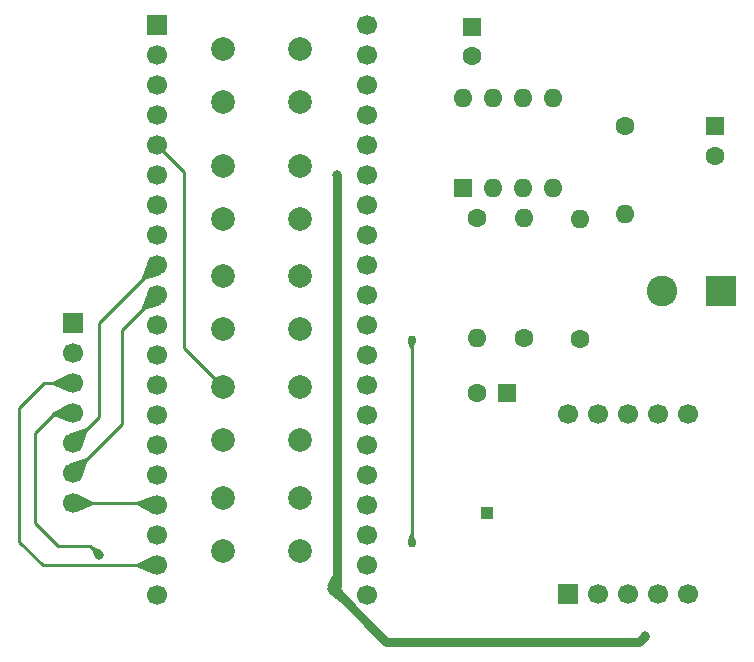
<source format=gbr>
%TF.GenerationSoftware,KiCad,Pcbnew,7.0.5*%
%TF.CreationDate,2023-06-30T21:32:19-07:00*%
%TF.ProjectId,ECE 299 - Radio Clock,45434520-3239-4392-902d-20526164696f,rev?*%
%TF.SameCoordinates,Original*%
%TF.FileFunction,Copper,L1,Top*%
%TF.FilePolarity,Positive*%
%FSLAX46Y46*%
G04 Gerber Fmt 4.6, Leading zero omitted, Abs format (unit mm)*
G04 Created by KiCad (PCBNEW 7.0.5) date 2023-06-30 21:32:19*
%MOMM*%
%LPD*%
G01*
G04 APERTURE LIST*
%TA.AperFunction,ComponentPad*%
%ADD10R,2.600000X2.600000*%
%TD*%
%TA.AperFunction,ComponentPad*%
%ADD11C,2.600000*%
%TD*%
%TA.AperFunction,ComponentPad*%
%ADD12R,1.600000X1.600000*%
%TD*%
%TA.AperFunction,ComponentPad*%
%ADD13C,1.600000*%
%TD*%
%TA.AperFunction,ComponentPad*%
%ADD14O,1.600000X1.600000*%
%TD*%
%TA.AperFunction,ComponentPad*%
%ADD15R,1.700000X1.700000*%
%TD*%
%TA.AperFunction,ComponentPad*%
%ADD16C,1.700000*%
%TD*%
%TA.AperFunction,ComponentPad*%
%ADD17R,1.000000X1.000000*%
%TD*%
%TA.AperFunction,ComponentPad*%
%ADD18C,2.000000*%
%TD*%
%TA.AperFunction,ViaPad*%
%ADD19C,0.800000*%
%TD*%
%TA.AperFunction,ViaPad*%
%ADD20C,0.762000*%
%TD*%
%TA.AperFunction,ViaPad*%
%ADD21C,1.143000*%
%TD*%
%TA.AperFunction,Conductor*%
%ADD22C,0.254000*%
%TD*%
%TA.AperFunction,Conductor*%
%ADD23C,0.762000*%
%TD*%
%TA.AperFunction,Conductor*%
%ADD24C,0.250000*%
%TD*%
G04 APERTURE END LIST*
D10*
%TO.P,Speaker1,1,1*%
%TO.N,Net-(C3-Pad2)*%
X186182000Y-72644000D03*
D11*
%TO.P,Speaker1,2,2*%
%TO.N,GND*%
X181182000Y-72644000D03*
%TD*%
D12*
%TO.P,C1,1*%
%TO.N,Net-(U2-ROUT)*%
X168060380Y-81280000D03*
D13*
%TO.P,C1,2*%
%TO.N,Net-(C1-Pad2)*%
X165560380Y-81280000D03*
%TD*%
%TO.P,R3,1*%
%TO.N,GND*%
X169522780Y-76657200D03*
D14*
%TO.P,R3,2*%
%TO.N,Net-(U3-+)*%
X169522780Y-66497200D03*
%TD*%
D13*
%TO.P,R2,1*%
%TO.N,Net-(U3-+)*%
X165509580Y-66446400D03*
D14*
%TO.P,R2,2*%
%TO.N,Net-(C1-Pad2)*%
X165509580Y-76606400D03*
%TD*%
D15*
%TO.P,U2,1,SDIO*%
%TO.N,Net-(U1-GP26{slash}ADC0)*%
X173228000Y-98298000D03*
D16*
%TO.P,U2,2,SCLK*%
%TO.N,Net-(U1-GP27{slash}ADC1)*%
X175768000Y-98298000D03*
%TO.P,U2,3,N/C*%
%TO.N,unconnected-(U2-N{slash}C-Pad3)*%
X178308000Y-98298000D03*
%TO.P,U2,4,N/C*%
%TO.N,unconnected-(U2-N{slash}C-Pad4)*%
X180848000Y-98298000D03*
%TO.P,U2,5,VDD*%
%TO.N,+3V3*%
X183388000Y-98298000D03*
%TO.P,U2,6,GND*%
%TO.N,GND*%
X183388000Y-83058000D03*
%TO.P,U2,7,ROUT*%
%TO.N,Net-(U2-ROUT)*%
X180848000Y-83058000D03*
%TO.P,U2,8,LOUT*%
%TO.N,unconnected-(U2-LOUT-Pad8)*%
X178308000Y-83058000D03*
%TO.P,U2,9,N/C*%
%TO.N,unconnected-(U2-N{slash}C-Pad9)*%
X175768000Y-83058000D03*
%TO.P,U2,10,FMIN*%
%TO.N,Net-(Antenna1-Pin_1)*%
X173228000Y-83058000D03*
%TD*%
D12*
%TO.P,C3,1*%
%TO.N,Net-(C3-Pad1)*%
X185677887Y-58728687D03*
D13*
%TO.P,C3,2*%
%TO.N,Net-(C3-Pad2)*%
X185677887Y-61228687D03*
%TD*%
D15*
%TO.P,DISP1,1,VSS/GND*%
%TO.N,GND*%
X131318000Y-75387200D03*
D16*
%TO.P,DISP1,2,VDD*%
%TO.N,+3V3*%
X131318000Y-77927200D03*
%TO.P,DISP1,3,SCLK*%
%TO.N,Net-(DISP1-SCLK)*%
X131318000Y-80467200D03*
%TO.P,DISP1,4,SDA*%
%TO.N,Net-(DISP1-SDA)*%
X131318000Y-83007200D03*
%TO.P,DISP1,5,RES*%
%TO.N,Net-(DISP1-RES)*%
X131318000Y-85547200D03*
%TO.P,DISP1,6,DC*%
%TO.N,Net-(DISP1-DC)*%
X131318000Y-88087200D03*
%TO.P,DISP1,7,CS*%
%TO.N,Net-(DISP1-CS)*%
X131318000Y-90627200D03*
%TD*%
D12*
%TO.P,C2,1*%
%TO.N,+5V*%
X165100000Y-50292000D03*
D13*
%TO.P,C2,2*%
%TO.N,GND*%
X165100000Y-52792000D03*
%TD*%
D16*
%TO.P,U1,40,VBUS*%
%TO.N,+5V*%
X156210000Y-50165000D03*
%TO.P,U1,39,VSYS*%
%TO.N,unconnected-(U1-VSYS-Pad39)*%
X156210000Y-52705000D03*
%TO.P,U1,38,GND*%
%TO.N,GND*%
X156210000Y-55245000D03*
%TO.P,U1,37,3V3_EN*%
%TO.N,unconnected-(U1-3V3_EN-Pad37)*%
X156210000Y-57785000D03*
%TO.P,U1,36,3V3*%
%TO.N,+3V3*%
X156210000Y-60325000D03*
%TO.P,U1,35,ADC_VREF*%
%TO.N,unconnected-(U1-ADC_VREF-Pad35)*%
X156210000Y-62865000D03*
%TO.P,U1,34,GP28/ADC2*%
%TO.N,unconnected-(U1-GP28{slash}ADC2-Pad34)*%
X156210000Y-65405000D03*
%TO.P,U1,33,GND*%
%TO.N,GND*%
X156210000Y-67945000D03*
%TO.P,U1,32,GP27/ADC1*%
%TO.N,Net-(U1-GP27{slash}ADC1)*%
X156210000Y-70485000D03*
%TO.P,U1,31,GP26/ADC0*%
%TO.N,Net-(U1-GP26{slash}ADC0)*%
X156210000Y-73025000D03*
%TO.P,U1,30,RUN*%
%TO.N,unconnected-(U1-RUN-Pad30)*%
X156210000Y-75565000D03*
%TO.P,U1,29,GP22*%
%TO.N,unconnected-(U1-GP22-Pad29)*%
X156210000Y-78105000D03*
%TO.P,U1,28,GND*%
%TO.N,GND*%
X156210000Y-80645000D03*
%TO.P,U1,27,GP21*%
%TO.N,unconnected-(U1-GP21-Pad27)*%
X156210000Y-83185000D03*
%TO.P,U1,26,GP20*%
%TO.N,unconnected-(U1-GP20-Pad26)*%
X156210000Y-85725000D03*
%TO.P,U1,25,GP19*%
%TO.N,unconnected-(U1-GP19-Pad25)*%
X156210000Y-88265000D03*
%TO.P,U1,24,GP18*%
%TO.N,unconnected-(U1-GP18-Pad24)*%
X156210000Y-90805000D03*
%TO.P,U1,23,GND*%
%TO.N,GND*%
X156210000Y-93345000D03*
%TO.P,U1,22,GP17*%
%TO.N,unconnected-(U1-GP17-Pad22)*%
X156210000Y-95885000D03*
%TO.P,U1,21,GP16*%
%TO.N,unconnected-(U1-GP16-Pad21)*%
X156210000Y-98425000D03*
%TO.P,U1,20,GP15*%
%TO.N,Net-(DISP1-SDA)*%
X138430000Y-98425000D03*
%TO.P,U1,19,GP14*%
%TO.N,Net-(DISP1-SCLK)*%
X138430000Y-95885000D03*
%TO.P,U1,18,GND*%
%TO.N,GND*%
X138430000Y-93345000D03*
%TO.P,U1,17,GP13*%
%TO.N,Net-(DISP1-CS)*%
X138430000Y-90805000D03*
%TO.P,U1,16,GP12*%
%TO.N,unconnected-(U1-GP12-Pad16)*%
X138430000Y-88265000D03*
%TO.P,U1,15,GP11*%
%TO.N,unconnected-(U1-GP11-Pad15)*%
X138430000Y-85725000D03*
%TO.P,U1,14,GP10*%
%TO.N,unconnected-(U1-GP10-Pad14)*%
X138430000Y-83185000D03*
%TO.P,U1,13,GND*%
%TO.N,GND*%
X138430000Y-80645000D03*
%TO.P,U1,12,GP9*%
%TO.N,unconnected-(U1-GP9-Pad12)*%
X138430000Y-78105000D03*
%TO.P,U1,11,GP8*%
%TO.N,unconnected-(U1-GP8-Pad11)*%
X138430000Y-75565000D03*
%TO.P,U1,10,GP7*%
%TO.N,Net-(DISP1-DC)*%
X138430000Y-73025000D03*
%TO.P,U1,9,GP6*%
%TO.N,Net-(DISP1-RES)*%
X138430000Y-70485000D03*
%TO.P,U1,8,GND*%
%TO.N,GND*%
X138430000Y-67945000D03*
%TO.P,U1,7,GP5*%
%TO.N,unconnected-(U1-GP5-Pad7)*%
X138430000Y-65405000D03*
%TO.P,U1,6,GP4*%
%TO.N,Net-(U1-GP4)*%
X138430000Y-62865000D03*
%TO.P,U1,5,GP3*%
%TO.N,Net-(U1-GP3)*%
X138430000Y-60325000D03*
%TO.P,U1,4,GP2*%
%TO.N,Net-(U1-GP2)*%
X138430000Y-57785000D03*
%TO.P,U1,3,GND*%
%TO.N,GND*%
X138430000Y-55245000D03*
%TO.P,U1,2,GP1*%
%TO.N,Net-(U1-GP1)*%
X138430000Y-52705000D03*
D15*
%TO.P,U1,1,GP0*%
%TO.N,Net-(U1-GP0)*%
X138430000Y-50165000D03*
%TD*%
D13*
%TO.P,R1,1*%
%TO.N,GND*%
X174244000Y-76708000D03*
D14*
%TO.P,R1,2*%
%TO.N,Net-(C4-Pad2)*%
X174244000Y-66548000D03*
%TD*%
D13*
%TO.P,C4,1*%
%TO.N,Net-(C3-Pad1)*%
X178054000Y-58674000D03*
D14*
%TO.P,C4,2*%
%TO.N,Net-(C4-Pad2)*%
X178054000Y-66174000D03*
%TD*%
D12*
%TO.P,U3,1,GAIN*%
%TO.N,unconnected-(U3-GAIN-Pad1)*%
X164391980Y-63909580D03*
D14*
%TO.P,U3,2,-*%
%TO.N,GND*%
X166931980Y-63909580D03*
%TO.P,U3,3,+*%
%TO.N,Net-(U3-+)*%
X169471980Y-63909580D03*
%TO.P,U3,4,GND*%
%TO.N,GND*%
X172011980Y-63909580D03*
%TO.P,U3,5*%
%TO.N,Net-(C3-Pad1)*%
X172011980Y-56289580D03*
%TO.P,U3,6,V+*%
%TO.N,+5V*%
X169471980Y-56289580D03*
%TO.P,U3,7,BYPASS*%
%TO.N,unconnected-(U3-BYPASS-Pad7)*%
X166931980Y-56289580D03*
%TO.P,U3,8,GAIN*%
%TO.N,unconnected-(U3-GAIN-Pad8)*%
X164391980Y-56289580D03*
%TD*%
D17*
%TO.P,Antenna1,1,Pin_1*%
%TO.N,Net-(Antenna1-Pin_1)*%
X166371000Y-91440000D03*
%TD*%
D18*
%TO.P,SW1,2,2*%
%TO.N,Net-(U1-GP4)*%
X150518000Y-90170000D03*
X144018000Y-90170000D03*
%TO.P,SW1,1,1*%
%TO.N,GND*%
X150518000Y-94670000D03*
X144018000Y-94670000D03*
%TD*%
%TO.P,SW5,1,1*%
%TO.N,GND*%
X144018000Y-56642000D03*
X150518000Y-56642000D03*
%TO.P,SW5,2,2*%
%TO.N,Net-(U1-GP0)*%
X144018000Y-52142000D03*
X150518000Y-52142000D03*
%TD*%
%TO.P,SW4,1,1*%
%TO.N,GND*%
X144018000Y-66548000D03*
X150518000Y-66548000D03*
%TO.P,SW4,2,2*%
%TO.N,Net-(U1-GP1)*%
X144018000Y-62048000D03*
X150518000Y-62048000D03*
%TD*%
%TO.P,SW2,1,1*%
%TO.N,GND*%
X144018000Y-85272000D03*
X150518000Y-85272000D03*
%TO.P,SW2,2,2*%
%TO.N,Net-(U1-GP3)*%
X144018000Y-80772000D03*
X150518000Y-80772000D03*
%TD*%
%TO.P,SW3,1,1*%
%TO.N,GND*%
X144018000Y-75874000D03*
X150518000Y-75874000D03*
%TO.P,SW3,2,2*%
%TO.N,Net-(U1-GP2)*%
X144018000Y-71374000D03*
X150518000Y-71374000D03*
%TD*%
D19*
%TO.N,Net-(DISP1-SDA)*%
X133553200Y-94996000D03*
D20*
%TO.N,Net-(U1-GP26{slash}ADC0)*%
X160020000Y-76835000D03*
X160020000Y-93980000D03*
D19*
%TO.N,+3V3*%
X179755800Y-101876220D03*
X153670000Y-62865000D03*
D21*
X153389717Y-97890781D03*
%TD*%
D22*
%TO.N,Net-(U1-GP3)*%
X140716000Y-62611000D02*
X138430000Y-60325000D01*
X140716000Y-77470000D02*
X140716000Y-62611000D01*
X144018000Y-80772000D02*
X140716000Y-77470000D01*
D23*
%TO.N,+3V3*%
X179270020Y-102362000D02*
X157860936Y-102362000D01*
X157860936Y-102362000D02*
X153389717Y-97890781D01*
X179755800Y-101876220D02*
X179270020Y-102362000D01*
D24*
%TO.N,Net-(DISP1-SCLK)*%
X126796800Y-93878400D02*
X128803400Y-95885000D01*
X131318000Y-80467200D02*
X128879600Y-80467200D01*
X126796800Y-82550000D02*
X126796800Y-93878400D01*
X128803400Y-95885000D02*
X138430000Y-95885000D01*
X128879600Y-80467200D02*
X126796800Y-82550000D01*
%TO.N,Net-(DISP1-SDA)*%
X132791200Y-94234000D02*
X133553200Y-94996000D01*
X128117600Y-84683600D02*
X128117600Y-92303600D01*
X129794000Y-83007200D02*
X128117600Y-84683600D01*
X130048000Y-94234000D02*
X132791200Y-94234000D01*
X131318000Y-83007200D02*
X129794000Y-83007200D01*
X128117600Y-92303600D02*
X130048000Y-94234000D01*
%TO.N,Net-(DISP1-RES)*%
X133502400Y-83362800D02*
X133502400Y-75412600D01*
X131318000Y-85547200D02*
X133502400Y-83362800D01*
X133502400Y-75412600D02*
X138430000Y-70485000D01*
%TO.N,Net-(DISP1-DC)*%
X135483600Y-75971400D02*
X138430000Y-73025000D01*
X135483600Y-83921600D02*
X135483600Y-75971400D01*
X131318000Y-88087200D02*
X135483600Y-83921600D01*
%TO.N,Net-(DISP1-CS)*%
X138252200Y-90627200D02*
X138430000Y-90805000D01*
X131318000Y-90627200D02*
X138252200Y-90627200D01*
D22*
%TO.N,Net-(U1-GP26{slash}ADC0)*%
X160020000Y-76835000D02*
X160020000Y-93980000D01*
D23*
%TO.N,+3V3*%
X153670000Y-97610498D02*
X153389717Y-97890781D01*
X153670000Y-62865000D02*
X153670000Y-97610498D01*
%TD*%
%TA.AperFunction,Conductor*%
%TO.N,+3V3*%
G36*
X153800610Y-97496429D02*
G01*
X153801843Y-97497888D01*
X154461587Y-98421531D01*
X154463607Y-98430254D01*
X154460339Y-98436604D01*
X153935540Y-98961403D01*
X153927267Y-98964830D01*
X153920467Y-98962651D01*
X153162898Y-98421531D01*
X152996823Y-98302906D01*
X152992083Y-98295309D01*
X152994103Y-98286586D01*
X152995331Y-98285132D01*
X153185791Y-98094004D01*
X153388996Y-97890089D01*
X153602922Y-97676909D01*
X153784064Y-97496399D01*
X153792342Y-97492988D01*
X153800610Y-97496429D01*
G37*
%TD.AperFunction*%
%TD*%
%TA.AperFunction,Conductor*%
%TO.N,Net-(DISP1-SCLK)*%
G36*
X130997199Y-79692730D02*
G01*
X130997457Y-79693307D01*
X131317134Y-80462711D01*
X131317143Y-80471666D01*
X131317134Y-80471689D01*
X130997457Y-81241092D01*
X130991118Y-81247417D01*
X130982163Y-81247408D01*
X130981586Y-81247150D01*
X129624634Y-80595386D01*
X129618661Y-80588715D01*
X129618000Y-80584839D01*
X129618000Y-80349560D01*
X129621427Y-80341287D01*
X129624631Y-80339014D01*
X130981586Y-79687248D01*
X130990528Y-79686757D01*
X130997199Y-79692730D01*
G37*
%TD.AperFunction*%
%TD*%
%TA.AperFunction,Conductor*%
%TO.N,Net-(DISP1-SCLK)*%
G36*
X138109199Y-95110530D02*
G01*
X138109457Y-95111107D01*
X138429134Y-95880511D01*
X138429143Y-95889466D01*
X138429134Y-95889489D01*
X138109457Y-96658892D01*
X138103118Y-96665217D01*
X138094163Y-96665208D01*
X138093586Y-96664950D01*
X136736634Y-96013186D01*
X136730661Y-96006515D01*
X136730000Y-96002639D01*
X136730000Y-95767360D01*
X136733427Y-95759087D01*
X136736631Y-95756814D01*
X138093586Y-95105048D01*
X138102528Y-95104557D01*
X138109199Y-95110530D01*
G37*
%TD.AperFunction*%
%TD*%
%TA.AperFunction,Conductor*%
%TO.N,Net-(DISP1-SDA)*%
G36*
X133083271Y-94345252D02*
G01*
X133695960Y-94621793D01*
X133702091Y-94628320D01*
X133701967Y-94636909D01*
X133555763Y-94992195D01*
X133549445Y-94998542D01*
X133549395Y-94998563D01*
X133194109Y-95144767D01*
X133185155Y-95144746D01*
X133178993Y-95138760D01*
X133114876Y-94996707D01*
X132952479Y-94636909D01*
X132902452Y-94526071D01*
X132902172Y-94517121D01*
X132904841Y-94512987D01*
X133070186Y-94347642D01*
X133078458Y-94344216D01*
X133083271Y-94345252D01*
G37*
%TD.AperFunction*%
%TD*%
%TA.AperFunction,Conductor*%
%TO.N,Net-(DISP1-SDA)*%
G36*
X130997158Y-82232856D02*
G01*
X130997850Y-82234251D01*
X131316844Y-83002009D01*
X131316853Y-83010964D01*
X131316846Y-83010980D01*
X130997388Y-83781238D01*
X130991054Y-83787567D01*
X130982099Y-83787563D01*
X130981660Y-83787371D01*
X129759820Y-83220911D01*
X129756468Y-83218569D01*
X129591905Y-83054006D01*
X129588478Y-83045733D01*
X129591905Y-83037460D01*
X129594294Y-83035620D01*
X130981161Y-82228626D01*
X130990035Y-82227428D01*
X130997158Y-82232856D01*
G37*
%TD.AperFunction*%
%TD*%
%TA.AperFunction,Conductor*%
%TO.N,Net-(DISP1-RES)*%
G36*
X132433690Y-84259660D02*
G01*
X132436897Y-84261934D01*
X132603265Y-84428302D01*
X132606692Y-84436575D01*
X132606031Y-84440451D01*
X132107388Y-85860829D01*
X132101415Y-85867500D01*
X132092473Y-85867992D01*
X132091883Y-85867767D01*
X131321785Y-85549762D01*
X131315447Y-85543438D01*
X130997432Y-84773315D01*
X130997441Y-84764361D01*
X131003780Y-84758036D01*
X131004345Y-84757820D01*
X132424748Y-84259168D01*
X132433690Y-84259660D01*
G37*
%TD.AperFunction*%
%TD*%
%TA.AperFunction,Conductor*%
%TO.N,Net-(DISP1-RES)*%
G36*
X137656106Y-70164428D02*
G01*
X138426215Y-70482438D01*
X138432552Y-70488761D01*
X138432562Y-70488785D01*
X138750567Y-71258883D01*
X138750558Y-71267838D01*
X138744219Y-71274163D01*
X138743629Y-71274388D01*
X137323251Y-71773031D01*
X137314309Y-71772539D01*
X137311102Y-71770265D01*
X137144734Y-71603897D01*
X137141307Y-71595624D01*
X137141968Y-71591748D01*
X137253461Y-71274163D01*
X137640612Y-70171368D01*
X137646584Y-70164699D01*
X137655526Y-70164207D01*
X137656106Y-70164428D01*
G37*
%TD.AperFunction*%
%TD*%
%TA.AperFunction,Conductor*%
%TO.N,Net-(DISP1-DC)*%
G36*
X137656106Y-72704428D02*
G01*
X138426215Y-73022438D01*
X138432552Y-73028761D01*
X138432562Y-73028785D01*
X138750567Y-73798883D01*
X138750558Y-73807838D01*
X138744219Y-73814163D01*
X138743629Y-73814388D01*
X137323251Y-74313031D01*
X137314309Y-74312539D01*
X137311102Y-74310265D01*
X137144734Y-74143897D01*
X137141307Y-74135624D01*
X137141968Y-74131748D01*
X137253461Y-73814163D01*
X137640612Y-72711368D01*
X137646584Y-72704699D01*
X137655526Y-72704207D01*
X137656106Y-72704428D01*
G37*
%TD.AperFunction*%
%TD*%
%TA.AperFunction,Conductor*%
%TO.N,Net-(DISP1-DC)*%
G36*
X132433690Y-86799660D02*
G01*
X132436897Y-86801934D01*
X132603265Y-86968302D01*
X132606692Y-86976575D01*
X132606031Y-86980451D01*
X132107388Y-88400829D01*
X132101415Y-88407500D01*
X132092473Y-88407992D01*
X132091883Y-88407767D01*
X131321785Y-88089762D01*
X131315447Y-88083438D01*
X130997432Y-87313315D01*
X130997441Y-87304361D01*
X131003780Y-87298036D01*
X131004345Y-87297820D01*
X132424748Y-86799168D01*
X132433690Y-86799660D01*
G37*
%TD.AperFunction*%
%TD*%
%TA.AperFunction,Conductor*%
%TO.N,Net-(DISP1-CS)*%
G36*
X131653836Y-89846991D02*
G01*
X131654413Y-89847249D01*
X133011366Y-90499014D01*
X133017339Y-90505684D01*
X133018000Y-90509560D01*
X133018000Y-90744839D01*
X133014573Y-90753112D01*
X133011366Y-90755386D01*
X131654413Y-91407150D01*
X131645471Y-91407642D01*
X131638800Y-91401669D01*
X131638542Y-91401092D01*
X131318865Y-90631688D01*
X131318856Y-90622733D01*
X131318856Y-90622732D01*
X131638542Y-89853306D01*
X131644881Y-89846982D01*
X131653836Y-89846991D01*
G37*
%TD.AperFunction*%
%TD*%
%TA.AperFunction,Conductor*%
%TO.N,Net-(DISP1-CS)*%
G36*
X138103172Y-90023902D02*
G01*
X138108997Y-90030000D01*
X138429134Y-90800511D01*
X138429143Y-90809466D01*
X138429134Y-90809489D01*
X138110019Y-91577541D01*
X138103680Y-91583866D01*
X138094725Y-91583857D01*
X138093008Y-91582970D01*
X136770860Y-90755637D01*
X136765664Y-90748344D01*
X136765366Y-90745719D01*
X136765366Y-90510421D01*
X136768793Y-90502148D01*
X136773099Y-90499414D01*
X138094228Y-90023481D01*
X138103172Y-90023902D01*
G37*
%TD.AperFunction*%
%TD*%
%TA.AperFunction,Conductor*%
%TO.N,Net-(U1-GP26{slash}ADC0)*%
G36*
X160024484Y-76835870D02*
G01*
X160361676Y-76976497D01*
X160367991Y-76982844D01*
X160368161Y-76991308D01*
X160149807Y-77589313D01*
X160143751Y-77595909D01*
X160138817Y-77597000D01*
X159901183Y-77597000D01*
X159892910Y-77593573D01*
X159890193Y-77589313D01*
X159671838Y-76991308D01*
X159672219Y-76982361D01*
X159678321Y-76976498D01*
X160015496Y-76835877D01*
X160024451Y-76835857D01*
X160024484Y-76835870D01*
G37*
%TD.AperFunction*%
%TD*%
%TA.AperFunction,Conductor*%
%TO.N,Net-(U1-GP26{slash}ADC0)*%
G36*
X160147090Y-93221427D02*
G01*
X160149807Y-93225687D01*
X160368161Y-93823691D01*
X160367780Y-93832638D01*
X160361675Y-93838503D01*
X160024503Y-93979121D01*
X160015548Y-93979142D01*
X160015495Y-93979121D01*
X159678324Y-93838503D01*
X159672008Y-93832155D01*
X159671838Y-93823692D01*
X159890193Y-93225686D01*
X159896249Y-93219091D01*
X159901183Y-93218000D01*
X160138817Y-93218000D01*
X160147090Y-93221427D01*
G37*
%TD.AperFunction*%
%TD*%
%TA.AperFunction,Conductor*%
%TO.N,+3V3*%
G36*
X154046539Y-96835857D02*
G01*
X154049966Y-96844130D01*
X154049924Y-96845119D01*
X153962124Y-97880088D01*
X153958010Y-97888042D01*
X153950486Y-97890799D01*
X153392064Y-97891776D01*
X153387549Y-97890878D01*
X152873380Y-97676928D01*
X152867058Y-97670586D01*
X152867073Y-97661631D01*
X152867448Y-97660820D01*
X153285746Y-96838824D01*
X153292552Y-96833004D01*
X153296173Y-96832430D01*
X154038266Y-96832430D01*
X154046539Y-96835857D01*
G37*
%TD.AperFunction*%
%TD*%
M02*

</source>
